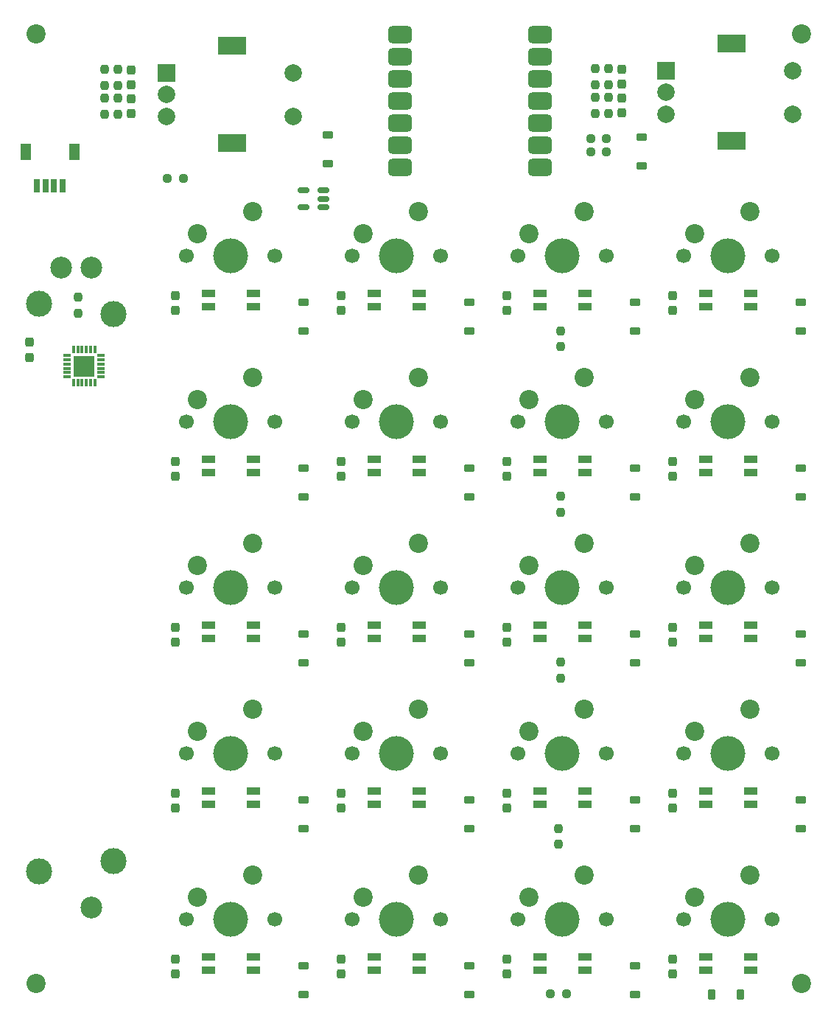
<source format=gbr>
%TF.GenerationSoftware,KiCad,Pcbnew,8.0.5*%
%TF.CreationDate,2024-11-15T15:43:01-05:00*%
%TF.ProjectId,bytesized_macropad,62797465-7369-47a6-9564-5f6d6163726f,rev?*%
%TF.SameCoordinates,Original*%
%TF.FileFunction,Soldermask,Bot*%
%TF.FilePolarity,Negative*%
%FSLAX46Y46*%
G04 Gerber Fmt 4.6, Leading zero omitted, Abs format (unit mm)*
G04 Created by KiCad (PCBNEW 8.0.5) date 2024-11-15 15:43:01*
%MOMM*%
%LPD*%
G01*
G04 APERTURE LIST*
G04 Aperture macros list*
%AMRoundRect*
0 Rectangle with rounded corners*
0 $1 Rounding radius*
0 $2 $3 $4 $5 $6 $7 $8 $9 X,Y pos of 4 corners*
0 Add a 4 corners polygon primitive as box body*
4,1,4,$2,$3,$4,$5,$6,$7,$8,$9,$2,$3,0*
0 Add four circle primitives for the rounded corners*
1,1,$1+$1,$2,$3*
1,1,$1+$1,$4,$5*
1,1,$1+$1,$6,$7*
1,1,$1+$1,$8,$9*
0 Add four rect primitives between the rounded corners*
20,1,$1+$1,$2,$3,$4,$5,0*
20,1,$1+$1,$4,$5,$6,$7,0*
20,1,$1+$1,$6,$7,$8,$9,0*
20,1,$1+$1,$8,$9,$2,$3,0*%
G04 Aperture macros list end*
%ADD10C,2.200000*%
%ADD11RoundRect,0.237500X0.250000X0.237500X-0.250000X0.237500X-0.250000X-0.237500X0.250000X-0.237500X0*%
%ADD12RoundRect,0.237500X-0.237500X0.250000X-0.237500X-0.250000X0.237500X-0.250000X0.237500X0.250000X0*%
%ADD13RoundRect,0.082000X-0.718000X0.328000X-0.718000X-0.328000X0.718000X-0.328000X0.718000X0.328000X0*%
%ADD14C,1.700000*%
%ADD15C,4.000000*%
%ADD16R,2.000000X2.000000*%
%ADD17C,2.000000*%
%ADD18R,3.200000X2.000000*%
%ADD19R,1.295400X1.905000*%
%ADD20R,0.660400X1.549400*%
%ADD21C,3.000000*%
%ADD22C,2.500000*%
%ADD23RoundRect,0.237500X0.237500X-0.300000X0.237500X0.300000X-0.237500X0.300000X-0.237500X-0.300000X0*%
%ADD24RoundRect,0.225000X-0.225000X-0.375000X0.225000X-0.375000X0.225000X0.375000X-0.225000X0.375000X0*%
%ADD25RoundRect,0.225000X0.375000X-0.225000X0.375000X0.225000X-0.375000X0.225000X-0.375000X-0.225000X0*%
%ADD26RoundRect,0.075000X0.362500X0.075000X-0.362500X0.075000X-0.362500X-0.075000X0.362500X-0.075000X0*%
%ADD27RoundRect,0.075000X0.075000X0.362500X-0.075000X0.362500X-0.075000X-0.362500X0.075000X-0.362500X0*%
%ADD28R,2.450000X2.450000*%
%ADD29RoundRect,0.237500X0.237500X-0.250000X0.237500X0.250000X-0.237500X0.250000X-0.237500X-0.250000X0*%
%ADD30RoundRect,0.237500X-0.250000X-0.237500X0.250000X-0.237500X0.250000X0.237500X-0.250000X0.237500X0*%
%ADD31RoundRect,0.150000X0.512500X0.150000X-0.512500X0.150000X-0.512500X-0.150000X0.512500X-0.150000X0*%
%ADD32RoundRect,0.500000X0.875000X0.500000X-0.875000X0.500000X-0.875000X-0.500000X0.875000X-0.500000X0*%
%ADD33RoundRect,0.237500X-0.237500X0.300000X-0.237500X-0.300000X0.237500X-0.300000X0.237500X0.300000X0*%
G04 APERTURE END LIST*
D10*
%TO.C,H4*%
X182425400Y-143258600D03*
%TD*%
%TO.C,H3*%
X94409200Y-143261200D03*
%TD*%
%TO.C,H2*%
X182428000Y-34234000D03*
%TD*%
%TO.C,H1*%
X94432000Y-34234000D03*
%TD*%
D11*
%TO.C,R17*%
X111349800Y-50800000D03*
X109524800Y-50800000D03*
%TD*%
%TO.C,R16*%
X155397200Y-144496800D03*
X153572200Y-144496800D03*
%TD*%
D12*
%TO.C,R15*%
X154482800Y-125454400D03*
X154482800Y-127279400D03*
%TD*%
%TO.C,R14*%
X154762200Y-106353600D03*
X154762200Y-108178600D03*
%TD*%
%TO.C,R13*%
X154762200Y-87329000D03*
X154762200Y-89154000D03*
%TD*%
%TO.C,R12*%
X154711400Y-68304400D03*
X154711400Y-70129400D03*
%TD*%
D13*
%TO.C,LED14*%
X152340000Y-121169999D03*
X152340000Y-122669999D03*
X157540000Y-122669999D03*
X157540000Y-121169999D03*
%TD*%
D14*
%TO.C,SW13*%
X111760000Y-116840000D03*
D15*
X116840000Y-116840000D03*
D14*
X121920000Y-116840000D03*
D10*
X119380000Y-111760000D03*
X113030000Y-114300000D03*
%TD*%
D13*
%TO.C,LED9*%
X114240000Y-102119999D03*
X114240000Y-103619999D03*
X119440000Y-103619999D03*
X119440000Y-102119999D03*
%TD*%
D16*
%TO.C,SW21*%
X109474000Y-38688000D03*
D17*
X109474000Y-43688000D03*
X109474000Y-41188000D03*
D18*
X116974000Y-35588000D03*
X116974000Y-46788000D03*
D17*
X123974000Y-43688000D03*
X123974000Y-38688000D03*
%TD*%
D14*
%TO.C,SW12*%
X168910000Y-97790000D03*
D15*
X173990000Y-97790000D03*
D14*
X179070000Y-97790000D03*
D10*
X176530000Y-92710000D03*
X170180000Y-95250000D03*
%TD*%
D13*
%TO.C,LED20*%
X171390000Y-140219999D03*
X171390000Y-141719999D03*
X176590000Y-141719999D03*
X176590000Y-140219999D03*
%TD*%
D14*
%TO.C,SW4*%
X168910000Y-59690000D03*
D15*
X173990000Y-59690000D03*
D14*
X179070000Y-59690000D03*
D10*
X176530000Y-54610000D03*
X170180000Y-57150000D03*
%TD*%
D14*
%TO.C,SW15*%
X149860000Y-116840000D03*
D15*
X154940000Y-116840000D03*
D14*
X160020000Y-116840000D03*
D10*
X157480000Y-111760000D03*
X151130000Y-114300000D03*
%TD*%
D14*
%TO.C,SW18*%
X130810000Y-135890000D03*
D15*
X135890000Y-135890000D03*
D14*
X140970000Y-135890000D03*
D10*
X138430000Y-130810000D03*
X132080000Y-133350000D03*
%TD*%
D13*
%TO.C,LED3*%
X152340000Y-64019999D03*
X152340000Y-65519999D03*
X157540000Y-65519999D03*
X157540000Y-64019999D03*
%TD*%
D14*
%TO.C,SW14*%
X130810000Y-116840000D03*
D15*
X135890000Y-116840000D03*
D14*
X140970000Y-116840000D03*
D10*
X138430000Y-111760000D03*
X132080000Y-114300000D03*
%TD*%
D13*
%TO.C,LED6*%
X152340000Y-83069999D03*
X152340000Y-84569999D03*
X157540000Y-84569999D03*
X157540000Y-83069999D03*
%TD*%
%TO.C,LED11*%
X152340000Y-102119999D03*
X152340000Y-103619999D03*
X157540000Y-103619999D03*
X157540000Y-102119999D03*
%TD*%
D14*
%TO.C,SW2*%
X130810000Y-59690000D03*
D15*
X135890000Y-59690000D03*
D14*
X140970000Y-59690000D03*
D10*
X138430000Y-54610000D03*
X132080000Y-57150000D03*
%TD*%
D13*
%TO.C,LED5*%
X171390000Y-83069999D03*
X171390000Y-84569999D03*
X176590000Y-84569999D03*
X176590000Y-83069999D03*
%TD*%
D16*
%TO.C,SW22*%
X166878000Y-38434000D03*
D17*
X166878000Y-43434000D03*
X166878000Y-40934000D03*
D18*
X174378000Y-35334000D03*
X174378000Y-46534000D03*
D17*
X181378000Y-43434000D03*
X181378000Y-38434000D03*
%TD*%
D14*
%TO.C,SW6*%
X130810000Y-78740000D03*
D15*
X135890000Y-78740000D03*
D14*
X140970000Y-78740000D03*
D10*
X138430000Y-73660000D03*
X132080000Y-76200000D03*
%TD*%
D14*
%TO.C,SW7*%
X149860000Y-78740000D03*
D15*
X154940000Y-78740000D03*
D14*
X160020000Y-78740000D03*
D10*
X157480000Y-73660000D03*
X151130000Y-76200000D03*
%TD*%
D19*
%TO.C,J1*%
X93220002Y-47763199D03*
X98820000Y-47763199D03*
D20*
X97520001Y-51638200D03*
X96520000Y-51638200D03*
X95520002Y-51638200D03*
X94520001Y-51638200D03*
%TD*%
D13*
%TO.C,LED17*%
X114240000Y-140219999D03*
X114240000Y-141719999D03*
X119440000Y-141719999D03*
X119440000Y-140219999D03*
%TD*%
%TO.C,LED16*%
X114240000Y-121169999D03*
X114240000Y-122669999D03*
X119440000Y-122669999D03*
X119440000Y-121169999D03*
%TD*%
%TO.C,LED13*%
X171390000Y-121169999D03*
X171390000Y-122669999D03*
X176590000Y-122669999D03*
X176590000Y-121169999D03*
%TD*%
%TO.C,LED1*%
X114240000Y-64019999D03*
X114240000Y-65519999D03*
X119440000Y-65519999D03*
X119440000Y-64019999D03*
%TD*%
%TO.C,LED2*%
X133290000Y-64019999D03*
X133290000Y-65519999D03*
X138490000Y-65519999D03*
X138490000Y-64019999D03*
%TD*%
D14*
%TO.C,SW11*%
X149860000Y-97790000D03*
D15*
X154940000Y-97790000D03*
D14*
X160020000Y-97790000D03*
D10*
X157480000Y-92710000D03*
X151130000Y-95250000D03*
%TD*%
D13*
%TO.C,LED4*%
X171390000Y-64019999D03*
X171390000Y-65519999D03*
X176590000Y-65519999D03*
X176590000Y-64019999D03*
%TD*%
%TO.C,LED10*%
X133290000Y-102119999D03*
X133290000Y-103619999D03*
X138490000Y-103619999D03*
X138490000Y-102119999D03*
%TD*%
D14*
%TO.C,SW3*%
X149860000Y-59690000D03*
D15*
X154940000Y-59690000D03*
D14*
X160020000Y-59690000D03*
D10*
X157480000Y-54610000D03*
X151130000Y-57150000D03*
%TD*%
D13*
%TO.C,LED21*%
X152340000Y-140219999D03*
X152340000Y-141719999D03*
X157540000Y-141719999D03*
X157540000Y-140219999D03*
%TD*%
D14*
%TO.C,SW5*%
X111760000Y-78740000D03*
D15*
X116840000Y-78740000D03*
D14*
X121920000Y-78740000D03*
D10*
X119380000Y-73660000D03*
X113030000Y-76200000D03*
%TD*%
D14*
%TO.C,SW16*%
X168910000Y-116840000D03*
D15*
X173990000Y-116840000D03*
D14*
X179070000Y-116840000D03*
D10*
X176530000Y-111760000D03*
X170180000Y-114300000D03*
%TD*%
D14*
%TO.C,SW17*%
X111760000Y-135890000D03*
D15*
X116840000Y-135890000D03*
D14*
X121920000Y-135890000D03*
D10*
X119380000Y-130810000D03*
X113030000Y-133350000D03*
%TD*%
D21*
%TO.C,RV1*%
X94810000Y-65190000D03*
X103310000Y-66390000D03*
X103310000Y-129190000D03*
X94810000Y-130390000D03*
D22*
X100810000Y-61040000D03*
X97310000Y-61040000D03*
X100810000Y-134540000D03*
%TD*%
D14*
%TO.C,SW1*%
X111760000Y-59690000D03*
D15*
X116840000Y-59690000D03*
D14*
X121920000Y-59690000D03*
D10*
X119380000Y-54610000D03*
X113030000Y-57150000D03*
%TD*%
D14*
%TO.C,SW10*%
X130810000Y-97790000D03*
D15*
X135890000Y-97790000D03*
D14*
X140970000Y-97790000D03*
D10*
X138430000Y-92710000D03*
X132080000Y-95250000D03*
%TD*%
D13*
%TO.C,LED8*%
X114240000Y-83069999D03*
X114240000Y-84569999D03*
X119440000Y-84569999D03*
X119440000Y-83069999D03*
%TD*%
D14*
%TO.C,SW8*%
X168910000Y-78740000D03*
D15*
X173990000Y-78740000D03*
D14*
X179070000Y-78740000D03*
D10*
X176530000Y-73660000D03*
X170180000Y-76200000D03*
%TD*%
D13*
%TO.C,LED18*%
X133290000Y-140219999D03*
X133290000Y-141719999D03*
X138490000Y-141719999D03*
X138490000Y-140219999D03*
%TD*%
%TO.C,LED7*%
X133290000Y-83069999D03*
X133290000Y-84569999D03*
X138490000Y-84569999D03*
X138490000Y-83069999D03*
%TD*%
%TO.C,LED12*%
X171390000Y-102119999D03*
X171390000Y-103619999D03*
X176590000Y-103619999D03*
X176590000Y-102119999D03*
%TD*%
D14*
%TO.C,SW20*%
X168910000Y-135890000D03*
D15*
X173990000Y-135890000D03*
D14*
X179070000Y-135890000D03*
D10*
X176530000Y-130810000D03*
X170180000Y-133350000D03*
%TD*%
D14*
%TO.C,SW19*%
X149860000Y-135890000D03*
D15*
X154940000Y-135890000D03*
D14*
X160020000Y-135890000D03*
D10*
X157480000Y-130810000D03*
X151130000Y-133350000D03*
%TD*%
D13*
%TO.C,LED15*%
X133290000Y-121169999D03*
X133290000Y-122669999D03*
X138490000Y-122669999D03*
X138490000Y-121169999D03*
%TD*%
D14*
%TO.C,SW9*%
X111760000Y-97790000D03*
D15*
X116840000Y-97790000D03*
D14*
X121920000Y-97790000D03*
D10*
X119380000Y-92710000D03*
X113030000Y-95250000D03*
%TD*%
D23*
%TO.C,C8*%
X167640000Y-85037000D03*
X167640000Y-83312000D03*
%TD*%
D24*
%TO.C,D20*%
X172086000Y-144526000D03*
X175386000Y-144526000D03*
%TD*%
D25*
%TO.C,D15*%
X163322000Y-125474000D03*
X163322000Y-122174000D03*
%TD*%
%TO.C,D8*%
X182372000Y-87374000D03*
X182372000Y-84074000D03*
%TD*%
D23*
%TO.C,C22*%
X161798000Y-39978500D03*
X161798000Y-38253500D03*
%TD*%
%TO.C,C24*%
X148590000Y-142187000D03*
X148590000Y-140462000D03*
%TD*%
%TO.C,C13*%
X110490000Y-104087000D03*
X110490000Y-102362000D03*
%TD*%
D26*
%TO.C,U2*%
X101919000Y-71120000D03*
X101919000Y-71620000D03*
X101919000Y-72120000D03*
X101919000Y-72620000D03*
X101919000Y-73120000D03*
X101919000Y-73620000D03*
D27*
X101231500Y-74307500D03*
X100731500Y-74307500D03*
X100231500Y-74307500D03*
X99731500Y-74307500D03*
X99231500Y-74307500D03*
X98731500Y-74307500D03*
D26*
X98044000Y-73620000D03*
X98044000Y-73120000D03*
X98044000Y-72620000D03*
X98044000Y-72120000D03*
X98044000Y-71620000D03*
X98044000Y-71120000D03*
D27*
X98731500Y-70432500D03*
X99231500Y-70432500D03*
X99731500Y-70432500D03*
X100231500Y-70432500D03*
X100731500Y-70432500D03*
X101231500Y-70432500D03*
D28*
X99981500Y-72370000D03*
%TD*%
D23*
%TO.C,C15*%
X129540000Y-85037000D03*
X129540000Y-83312000D03*
%TD*%
D25*
%TO.C,D17*%
X125222000Y-144524000D03*
X125222000Y-141224000D03*
%TD*%
D23*
%TO.C,C11*%
X148590000Y-104087000D03*
X148590000Y-102362000D03*
%TD*%
%TO.C,C12*%
X129540000Y-104087000D03*
X129540000Y-102362000D03*
%TD*%
%TO.C,C16*%
X167640000Y-123137000D03*
X167640000Y-121412000D03*
%TD*%
D25*
%TO.C,D14*%
X144272000Y-125474000D03*
X144272000Y-122174000D03*
%TD*%
%TO.C,D18*%
X144272000Y-144524000D03*
X144272000Y-141224000D03*
%TD*%
%TO.C,D9*%
X125222000Y-106424000D03*
X125222000Y-103124000D03*
%TD*%
D23*
%TO.C,C6*%
X148590000Y-65987000D03*
X148590000Y-64262000D03*
%TD*%
%TO.C,C20*%
X110490000Y-142187000D03*
X110490000Y-140462000D03*
%TD*%
D25*
%TO.C,D22*%
X164084000Y-49402000D03*
X164084000Y-46102000D03*
%TD*%
D29*
%TO.C,R9*%
X158750000Y-40028500D03*
X158750000Y-38203500D03*
%TD*%
D12*
%TO.C,R4*%
X103886000Y-38307000D03*
X103886000Y-40132000D03*
%TD*%
D23*
%TO.C,C19*%
X110490000Y-123137000D03*
X110490000Y-121412000D03*
%TD*%
%TO.C,C21*%
X129540000Y-142187000D03*
X129540000Y-140462000D03*
%TD*%
D25*
%TO.C,D6*%
X144272000Y-87374000D03*
X144272000Y-84074000D03*
%TD*%
%TO.C,D7*%
X163322000Y-87374000D03*
X163322000Y-84074000D03*
%TD*%
D23*
%TO.C,C9*%
X148590000Y-85037000D03*
X148590000Y-83312000D03*
%TD*%
D25*
%TO.C,D12*%
X182372000Y-106424000D03*
X182372000Y-103124000D03*
%TD*%
D23*
%TO.C,C3*%
X110490000Y-65987000D03*
X110490000Y-64262000D03*
%TD*%
D30*
%TO.C,R2*%
X158195000Y-46228000D03*
X160020000Y-46228000D03*
%TD*%
D25*
%TO.C,D5*%
X125222000Y-87374000D03*
X125222000Y-84074000D03*
%TD*%
D23*
%TO.C,C14*%
X110490000Y-85037000D03*
X110490000Y-83312000D03*
%TD*%
%TO.C,C25*%
X161798000Y-43280500D03*
X161798000Y-41555500D03*
%TD*%
D25*
%TO.C,D1*%
X125222000Y-68324000D03*
X125222000Y-65024000D03*
%TD*%
D23*
%TO.C,C7*%
X167640000Y-65987000D03*
X167640000Y-64262000D03*
%TD*%
D25*
%TO.C,D3*%
X163322000Y-68324000D03*
X163322000Y-65024000D03*
%TD*%
D30*
%TO.C,R3*%
X158195000Y-47752000D03*
X160020000Y-47752000D03*
%TD*%
D12*
%TO.C,R5*%
X102362000Y-41609000D03*
X102362000Y-43434000D03*
%TD*%
D23*
%TO.C,C18*%
X129540000Y-123137000D03*
X129540000Y-121412000D03*
%TD*%
D31*
%TO.C,U3*%
X127497000Y-52202000D03*
X127497000Y-53152000D03*
X127497000Y-54102000D03*
X125222000Y-54102000D03*
X125222000Y-52202000D03*
%TD*%
D25*
%TO.C,D11*%
X163322000Y-106424000D03*
X163322000Y-103124000D03*
%TD*%
%TO.C,D16*%
X182372000Y-125474000D03*
X182372000Y-122174000D03*
%TD*%
D23*
%TO.C,C10*%
X167640000Y-104087000D03*
X167640000Y-102362000D03*
%TD*%
%TO.C,C5*%
X129540000Y-65987000D03*
X129540000Y-64262000D03*
%TD*%
D32*
%TO.C,U1*%
X152400000Y-34290000D03*
X152400000Y-36830000D03*
X152400000Y-39370000D03*
X152400000Y-41910000D03*
X152400000Y-44450000D03*
X152400000Y-46990000D03*
X152400000Y-49530000D03*
X136235000Y-49530000D03*
X136235000Y-46990000D03*
X136235000Y-44450000D03*
X136235000Y-41910000D03*
X136235000Y-39370000D03*
X136235000Y-36830000D03*
X136235000Y-34290000D03*
%TD*%
D23*
%TO.C,C4*%
X105410000Y-40082000D03*
X105410000Y-38357000D03*
%TD*%
D25*
%TO.C,D13*%
X125222000Y-125474000D03*
X125222000Y-122174000D03*
%TD*%
D12*
%TO.C,R10*%
X158750000Y-41508500D03*
X158750000Y-43333500D03*
%TD*%
D23*
%TO.C,C2*%
X105410000Y-43384000D03*
X105410000Y-41659000D03*
%TD*%
D29*
%TO.C,R1*%
X99314000Y-66294000D03*
X99314000Y-64469000D03*
%TD*%
D25*
%TO.C,D21*%
X128016000Y-49148000D03*
X128016000Y-45848000D03*
%TD*%
%TO.C,D10*%
X144272000Y-106424000D03*
X144272000Y-103124000D03*
%TD*%
D12*
%TO.C,R11*%
X160274000Y-41508500D03*
X160274000Y-43333500D03*
%TD*%
D25*
%TO.C,D4*%
X182372000Y-68324000D03*
X182372000Y-65024000D03*
%TD*%
D29*
%TO.C,R8*%
X102362000Y-40132000D03*
X102362000Y-38307000D03*
%TD*%
D12*
%TO.C,R6*%
X103886000Y-41609000D03*
X103886000Y-43434000D03*
%TD*%
D23*
%TO.C,C23*%
X167640000Y-142187000D03*
X167640000Y-140462000D03*
%TD*%
D25*
%TO.C,D19*%
X163322000Y-144524000D03*
X163322000Y-141224000D03*
%TD*%
D33*
%TO.C,C1*%
X93726000Y-69649000D03*
X93726000Y-71374000D03*
%TD*%
D23*
%TO.C,C17*%
X148590000Y-123137000D03*
X148590000Y-121412000D03*
%TD*%
D25*
%TO.C,D2*%
X144272000Y-68324000D03*
X144272000Y-65024000D03*
%TD*%
D12*
%TO.C,R7*%
X160274000Y-38203500D03*
X160274000Y-40028500D03*
%TD*%
M02*

</source>
